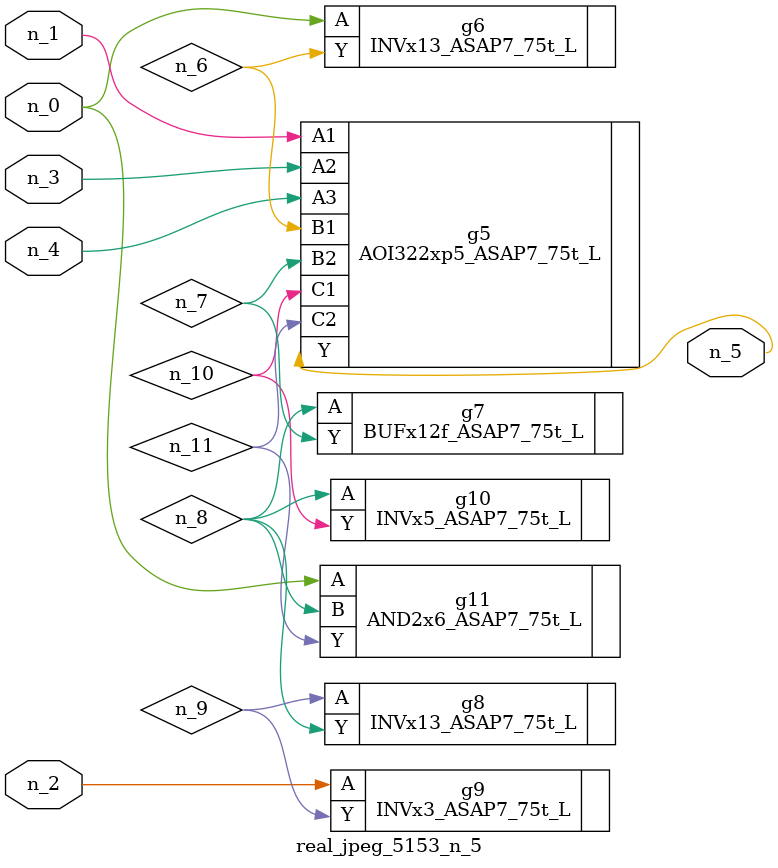
<source format=v>
module real_jpeg_5153_n_5 (n_4, n_0, n_1, n_2, n_3, n_5);

input n_4;
input n_0;
input n_1;
input n_2;
input n_3;

output n_5;

wire n_8;
wire n_11;
wire n_6;
wire n_7;
wire n_10;
wire n_9;

INVx13_ASAP7_75t_L g6 ( 
.A(n_0),
.Y(n_6)
);

AND2x6_ASAP7_75t_L g11 ( 
.A(n_0),
.B(n_8),
.Y(n_11)
);

AOI322xp5_ASAP7_75t_L g5 ( 
.A1(n_1),
.A2(n_3),
.A3(n_4),
.B1(n_6),
.B2(n_7),
.C1(n_10),
.C2(n_11),
.Y(n_5)
);

INVx3_ASAP7_75t_L g9 ( 
.A(n_2),
.Y(n_9)
);

BUFx12f_ASAP7_75t_L g7 ( 
.A(n_8),
.Y(n_7)
);

INVx5_ASAP7_75t_L g10 ( 
.A(n_8),
.Y(n_10)
);

INVx13_ASAP7_75t_L g8 ( 
.A(n_9),
.Y(n_8)
);


endmodule
</source>
